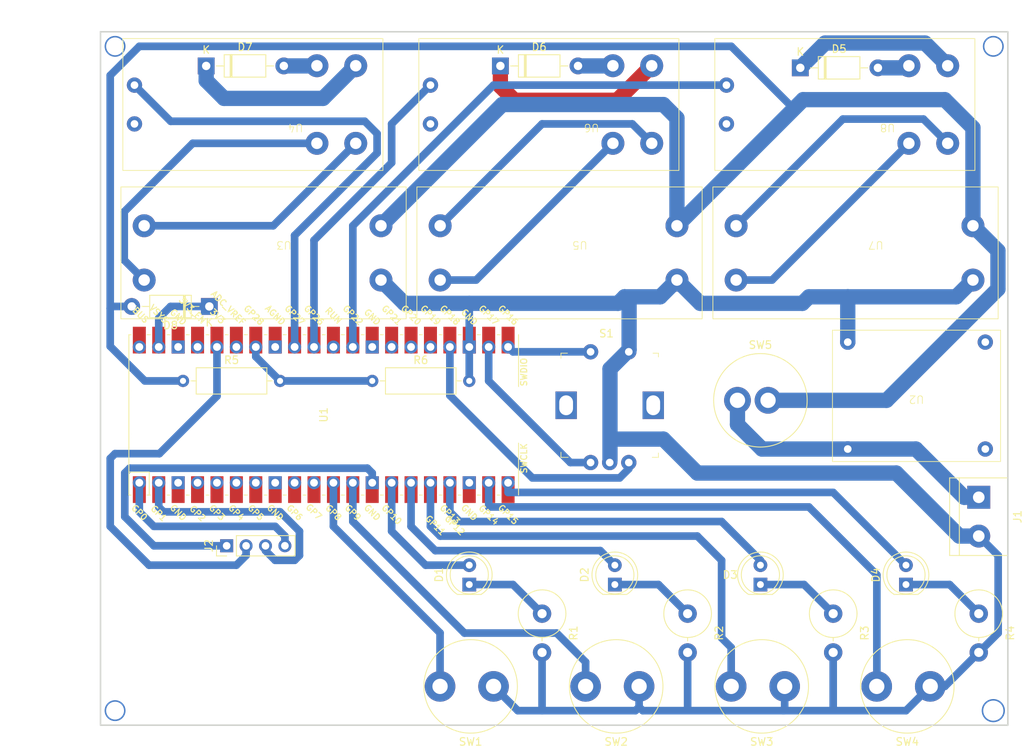
<source format=kicad_pcb>
(kicad_pcb (version 20221018) (generator pcbnew)
  (title_block (title "Drumkit") (date "2024-03-30") (rev "2") (comment 1 "https://git.xythobuz.de/thomas/drumkit") (comment 2 "Licensed under the CERN-OHL-S-2.0+") (comment 4 "Copyright (c) 2024 Kauzerei, Thomas Buck"))
  (layers (0 "F.Cu" signal) (31 "B.Cu" signal) (34 "B.Paste" user) (35 "F.Paste" user) (36 "B.SilkS" user "B.Silkscreen") (37 "F.SilkS" user "F.Silkscreen") (38 "B.Mask" user) (39 "F.Mask" user) (44 "Edge.Cuts" user))
  (net 0 "")
  (net 1 "Net-(D1-K)")
  (net 2 "Net-(D2-K)")
  (net 3 "Net-(D3-K)")
  (net 4 "Net-(D4-K)")
  (net 5 "Net-(D4-A)")
  (net 6 "Net-(J1-Pin_1)")
  (net 7 "+BATT")
  (net 8 "GND")
  (net 10 "Net-(S1-CH_A)")
  (net 11 "Net-(S1-CH_B)")
  (net 12 "Net-(J2-Pin_4)")
  (net 13 "Net-(J2-Pin_3)")
  (net 14 "+3V3")
  (net 15 "Net-(U1-GPIO27_ADC1)")
  (net 25 "Net-(U1-GPIO26_ADC0)")
  (net 27 "Net-(U1-GPIO22)")
  (net 30 "Net-(U1-GPIO28_ADC2)")
  (net 36 "Net-(U3-Out+)")
  (net 37 "Net-(D5-K)")
  (net 38 "Net-(D5-A)")
  (net 40 "Net-(U5-Out-)")
  (net 41 "Net-(U5-Out+)")
  (net 42 "Net-(D6-K)")
  (net 43 "Net-(D6-A)")
  (net 45 "Net-(U7-Out-)")
  (net 46 "Net-(U7-Out+)")
  (net 47 "Net-(D7-K)")
  (net 48 "Net-(D7-A)")
  (net 51 "Net-(U1-GPIO16)")
  (net 54 "Net-(D1-A)")
  (net 55 "Net-(D2-A)")
  (net 56 "Net-(D3-A)")
  (net 57 "Net-(U1-GPIO8)")
  (net 58 "Net-(U1-GPIO12)")
  (net 59 "Net-(U1-GPIO14)")
  (net 61 "Net-(U1-GPIO9)")
  (net 62 "Net-(J2-Pin_1)")
  (net 63 "Net-(U3-Out-)")
  (net 64 "Net-(D8-K)")
  (footprint "MCU_RaspberryPi_and_Boards:RPi_Pico_SMD_TH" (layer "F.Cu") (at 119.3 100.695 90)
    (fp_text reference "U1" (at 0 0 90) (layer "F.SilkS"))
    (fp_text value "Pico")
    (fp_text user "GP22" (at 13.054 3.81 135) (layer "F.SilkS") (effects (font (size 0.8 0.8))))
    (fp_text user "GND" (at -12.8 6.35 135) (layer "F.SilkS") (effects (font (size 0.8 0.8))))
    (fp_text user "GP15" (at -13.054 24.13 135) (layer "F.SilkS") (effects (font (size 0.8 0.8))))
    (fp_text user "GP9" (at -12.8 3.81 135) (layer "F.SilkS") (effects (font (size 0.8 0.8))))
    (fp_text user "GP28" (at 13.054 -9.144 135) (layer "F.SilkS") (effects (font (size 0.8 0.8))))
    (fp_text user "3V3_EN" (at 13.7 -17.2 135) (layer "F.SilkS") (effects (font (size 0.8 0.8))))
    (fp_text user "VSYS" (at 13.2 -21.59 135) (layer "F.SilkS") (effects (font (size 0.8 0.8))))
    (fp_text user "GND" (at 12.8 -19.05 135) (layer "F.SilkS") (effects (font (size 0.8 0.8))))
    (fp_text user "GP14" (at -13.1 21.59 135) (layer "F.SilkS") (effects (font (size 0.8 0.8))))
    (fp_text user "GP16" (at 13.054 24.13 135) (layer "F.SilkS") (effects (font (size 0.8 0.8))))
    (fp_text user "GND" (at -12.8 19.05 135) (layer "F.SilkS") (effects (font (size 0.8 0.8))))
    (fp_text user "AGND" (at 13.054 -6.35 135) (layer "F.SilkS") (effects (font (size 0.8 0.8))))
    (fp_text user "GP7" (at -12.7 -1.3 135) (layer "F.SilkS") (effects (font (size 0.8 0.8))))
    (fp_text user "GP0" (at -12.8 -24.13 135) (layer "F.SilkS") (effects (font (size 0.8 0.8))))
    (fp_text user "SWCLK" (at -5.7 26.2 90) (layer "F.SilkS") (effects (font (size 0.8 0.8))))
    (fp_text user "GP21" (at 13.054 8.9 135) (layer "F.SilkS") (effects (font (size 0.8 0.8))))
    (fp_text user "SWDIO" (at 5.6 26.2 90) (layer "F.SilkS") (effects (font (size 0.8 0.8))))
    (fp_text user "GND" (at -12.8 -6.35 135) (layer "F.SilkS") (effects (font (size 0.8 0.8))))
    (fp_text user "GP6" (at -12.8 -3.81 135) (layer "F.SilkS") (effects (font (size 0.8 0.8))))
    (fp_text user "GP17" (at 13.054 21.59 135) (layer "F.SilkS") (effects (font (size 0.8 0.8))))
    (fp_text user "GP18" (at 13.054 16.51 135) (layer "F.SilkS") (effects (font (size 0.8 0.8))))
    (fp_text user "GP12" (at -14.47 17.145 135) (layer "F.SilkS") (effects (font (size 0.8 0.8))))
    (fp_text user "GP20" (at 13.054 11.43 135) (layer "F.SilkS") (effects (font (size 0.8 0.8))))
    (fp_text user "GP11" (at -14.47 14.605 135) (layer "F.SilkS") (effects (font (size 0.8 0.8))))
    (fp_text user "GP10" (at -13.054 8.89 135) (layer "F.SilkS") (effects (font (size 0.8 0.8))))
    (fp_text user "ADC_VREF" (at 14 -12.5 135) (layer "F.SilkS") (effects (font (size 0.8 0.8))))
    (fp_text user "GP4" (at -12.8 -11.43 135) (layer "F.SilkS") (effects (font (size 0.8 0.8))))
    (fp_text user "GP13" (at -13.054 16.51 135) (layer "F.SilkS") (effects (font (size 0.8 0.8))))
    (fp_text user "GP19" (at 13.054 13.97 135) (layer "F.SilkS") (effects (font (size 0.8 0.8))))
    (fp_text user "GP5" (at -12.8 -8.89 135) (layer "F.SilkS") (effects (font (size 0.8 0.8))))
    (fp_text user "GP2" (at -12.9 -16.51 135) (layer "F.SilkS") (effects (font (size 0.8 0.8))))
    (fp_text user "GP3" (at -12.8 -13.97 135) (layer "F.SilkS") (effects (font (size 0.8 0.8))))
    (fp_text user "GP27" (at 13.054 -3.8 135) (layer "F.SilkS") (effects (font (size 0.8 0.8))))
    (fp_text user "GND" (at 12.8 6.35 135) (layer "F.SilkS") (effects (font (size 0.8 0.8))))
    (fp_text user "VBUS" (at 13.3 -24.2 135) (layer "F.SilkS") (effects (font (size 0.8 0.8))))
    (fp_text user "GND" (at 12.8 19.05 135) (layer "F.SilkS") (effects (font (size 0.8 0.8))))
    (fp_text user "GP26" (at 13.054 -1.27 135) (layer "F.SilkS") (effects (font (size 0.8 0.8))))
    (fp_text user "GND" (at -12.8 -19.05 135) (layer "F.SilkS") (effects (font (size 0.8 0.8))))
    (fp_text user "RUN" (at 13 1.27 135) (layer "F.SilkS") (effects (font (size 0.8 0.8))))
    (fp_text user "GP1" (at -12.9 -21.6 135) (layer "F.SilkS") (effects (font (size 0.8 0.8))))
    (fp_text user "GP8" (at -12.8 1.27 135) (layer "F.SilkS") (effects (font (size 0.8 0.8))))
    (fp_text user "3V3" (at 12.9 -13.9 135) (layer "F.SilkS") (effects (font (size 0.8 0.8))))
    (pad "" np_thru_hole oval (at -2.725 -24 90) (size 1.8 1.8) (drill 1.8) (layers "*.Cu" "*.Mask"))
    (pad "" np_thru_hole oval (at -2.425 -20.97 90) (size 1.5 1.5) (drill 1.5) (layers "*.Cu" "*.Mask"))
    (pad "" np_thru_hole oval (at 2.425 -20.97 90) (size 1.5 1.5) (drill 1.5) (layers "*.Cu" "*.Mask"))
    (pad "" np_thru_hole oval (at 2.725 -24 90) (size 1.8 1.8) (drill 1.8) (layers "*.Cu" "*.Mask"))
    (pad "1" thru_hole oval (at -8.89 -24.13 90) (size 1.7 1.7) (drill 1.02) (layers "*.Cu" "*.Mask") (net 12 "Net-(J2-Pin_4)"))
    (pad "1" smd rect (at -8.89 -24.13 90) (size 3.5 1.7) (drill (offset -0.9 0)) (layers "F.Cu" "F.Mask") (net 12 "Net-(J2-Pin_4)"))
    (pad "2" thru_hole oval (at -8.89 -21.59 90) (size 1.7 1.7) (drill 1.02) (layers "*.Cu" "*.Mask") (net 13 "Net-(J2-Pin_3)"))
    (pad "2" smd rect (at -8.89 -21.59 90) (size 3.5 1.7) (drill (offset -0.9 0)) (layers "F.Cu" "F.Mask") (net 13 "Net-(J2-Pin_3)"))
    (pad "3" thru_hole rect (at -8.89 -19.05 90) (size 1.7 1.7) (drill 1.02) (layers "*.Cu" "*.Mask"))
    (pad "3" smd rect (at -8.89 -19.05 90) (size 3.5 1.7) (drill (offset -0.9 0)) (layers "F.Cu" "F.Mask"))
    (pad "4" thru_hole oval (at -8.89 -16.51 90) (size 1.7 1.7) (drill 1.02) (layers "*.Cu" "*.Mask"))
    (pad "4" smd rect (at -8.89 -16.51 90) (size 3.5 1.7) (drill (offset -0.9 0)) (layers "F.Cu" "F.Mask"))
    (pad "5" thru_hole oval (at -8.89 -13.97 90) (size 1.7 1.7) (drill 1.02) (layers "*.Cu" "*.Mask"))
    (pad "5" smd rect (at -8.89 -13.97 90) (size 3.5 1.7) (drill (offset -0.9 0)) (layers "F.Cu" "F.Mask"))
    (pad "6" thru_hole oval (at -8.89 -11.43 90) (size 1.7 1.7) (drill 1.02) (layers "*.Cu" "*.Mask"))
    (pad "6" smd rect (at -8.89 -11.43 90) (size 3.5 1.7) (drill (offset -0.9 0)) (layers "F.Cu" "F.Mask"))
    (pad "7" thru_hole oval (at -8.89 -8.89 90) (size 1.7 1.7) (drill 1.02) (layers "*.Cu" "*.Mask"))
    (pad "7" smd rect (at -8.89 -8.89 90) (size 3.5 1.7) (drill (offset -0.9 0)) (layers "F.Cu" "F.Mask"))
    (pad "8" thru_hole rect (at -8.89 -6.35 90) (size 1.7 1.7) (drill 1.02) (layers "*.Cu" "*.Mask"))
    (pad "8" smd rect (at -8.89 -6.35 90) (size 3.5 1.7) (drill (offset -0.9 0)) (layers "F.Cu" "F.Mask"))
    (pad "9" thru_hole oval (at -8.89 -3.81 90) (size 1.7 1.7) (drill 1.02) (layers "*.Cu" "*.Mask"))
    (pad "9" smd rect (at -8.89 -3.81 90) (size 3.5 1.7) (drill (offset -0.9 0)) (layers "F.Cu" "F.Mask"))
    (pad "10" thru_hole oval (at -8.89 -1.27 90) (size 1.7 1.7) (drill 1.02) (layers "*.Cu" "*.Mask"))
    (pad "10" smd rect (at -8.89 -1.27 90) (size 3.5 1.7) (drill (offset -0.9 0)) (layers "F.Cu" "F.Mask"))
    (pad "11" thru_hole oval (at -8.89 1.27 90) (size 1.7 1.7) (drill 1.02) (layers "*.Cu" "*.Mask") (net 57 "Net-(U1-GPIO8)"))
    (pad "11" smd rect (at -8.89 1.27 90) (size 3.5 1.7) (drill (offset -0.9 0)) (layers "F.Cu" "F.Mask") (net 57 "Net-(U1-GPIO8)"))
    (pad "12" thru_hole oval (at -8.89 3.81 90) (size 1.7 1.7) (drill 1.02) (layers "*.Cu" "*.Mask") (net 61 "Net-(U1-GPIO9)"))
    (pad "12" smd rect (at -8.89 3.81 90) (size 3.5 1.7) (drill (offset -0.9 0)) (layers "F.Cu" "F.Mask") (net 61 "Net-(U1-GPIO9)"))
    (pad "13" thru_hole rect (at -8.89 6.35 90) (size 1.7 1.7) (drill 1.02) (layers "*.Cu" "*.Mask") (net 62 "Net-(J2-Pin_1)"))
    (pad "13" smd rect (at -8.89 6.35 90) (size 3.5 1.7) (drill (offset -0.9 0)) (layers "F.Cu" "F.Mask") (net 62 "Net-(J2-Pin_1)"))
    (pad "14" thru_hole oval (at -8.89 8.89 90) (size 1.7 1.7) (drill 1.02) (layers "*.Cu" "*.Mask") (net 54 "Net-(D1-A)"))
    (pad "14" smd rect (at -8.89 8.89 90) (size 3.5 1.7) (drill (offset -0.9 0)) (layers "F.Cu" "F.Mask") (net 54 "Net-(D1-A)"))
    (pad "15" thru_hole oval (at -8.89 11.43 90) (size 1.7 1.7) (drill 1.02) (layers "*.Cu" "*.Mask") (net 55 "Net-(D2-A)"))
    (pad "15" smd rect (at -8.89 11.43 90) (size 3.5 1.7) (drill (offset -0.9 0)) (layers "F.Cu" "F.Mask") (net 55 "Net-(D2-A)"))
    (pad "16" thru_hole oval (at -8.89 13.97 90) (size 1.7 1.7) (drill 1.02) (layers "*.Cu" "*.Mask") (net 58 "Net-(U1-GPIO12)"))
    (pad "16" smd rect (at -8.89 13.97 90) (size 3.5 1.7) (drill (offset -0.9 0)) (layers "F.Cu" "F.Mask") (net 58 "Net-(U1-GPIO12)"))
    (pad "17" thru_hole oval (at -8.89 16.51 90) (size 1.7 1.7) (drill 1.02) (layers "*.Cu" "*.Mask") (net 56 "Net-(D3-A)"))
    (pad "17" smd rect (at -8.89 16.51 90) (size 3.5 1.7) (drill (offset -0.9 0)) (layers "F.Cu" "F.Mask") (net 56 "Net-(D3-A)"))
    (pad "18" thru_hole rect (at -8.89 19.05 90) (size 1.7 1.7) (drill 1.02) (layers "*.Cu" "*.Mask"))
    (pad "18" smd rect (at -8.89 19.05 90) (size 3.5 1.7) (drill (offset -0.9 0)) (layers "F.Cu" "F.Mask"))
    (pad "19" thru_hole oval (at -8.89 21.59 90) (size 1.7 1.7) (drill 1.02) (layers "*.Cu" "*.Mask") (net 59 "Net-(U1-GPIO14)"))
    (pad "19" smd rect (at -8.89 21.59 90) (size 3.5 1.7) (drill (offset -0.9 0)) (layers "F.Cu" "F.Mask") (net 59 "Net-(U1-GPIO14)"))
    (pad "20" thru_hole oval (at -8.89 24.13 90) (size 1.7 1.7) (drill 1.02) (layers "*.Cu" "*.Mask") (net 5 "Net-(D4-A)"))
    (pad "20" smd rect (at -8.89 24.13 90) (size 3.5 1.7) (drill (offset -0.9 0)) (layers "F.Cu" "F.Mask") (net 5 "Net-(D4-A)"))
    (pad "21" thru_hole oval (at 8.89 24.13 90) (size 1.7 1.7) (drill 1.02) (layers "*.Cu" "*.Mask") (net 51 "Net-(U1-GPIO16)"))
    (pad "21" smd rect (at 8.89 24.13 90) (size 3.5 1.7) (drill (offset 0.9 0)) (layers "F.Cu" "F.Mask") (net 51 "Net-(U1-GPIO16)"))
    (pad "22" thru_hole oval (at 8.89 21.59 90) (size 1.7 1.7) (drill 1.02) (layers "*.Cu" "*.Mask") (net 10 "Net-(S1-CH_A)"))
    (pad "22" smd rect (at 8.89 21.59 90) (size 3.5 1.7) (drill (offset 0.9 0)) (layers "F.Cu" "F.Mask") (net 10 "Net-(S1-CH_A)"))
    (pad "23" thru_hole rect (at 8.89 19.05 90) (size 1.7 1.7) (drill 1.02) (layers "*.Cu" "*.Mask") (net 8 "GND"))
    (pad "23" smd rect (at 8.89 19.05 90) (size 3.5 1.7) (drill (offset 0.9 0)) (layers "F.Cu" "F.Mask") (net 8 "GND"))
    (pad "24" thru_hole oval (at 8.89 16.51 90) (size 1.7 1.7) (drill 1.02) (layers "*.Cu" "*.Mask") (net 11 "Net-(S1-CH_B)"))
    (pad "24" smd rect (at 8.89 16.51 90) (size 3.5 1.7) (drill (offset 0.9 0)) (layers "F.Cu" "F.Mask") (net 11 "Net-(S1-CH_B)"))
    (pad "25" thru_hole oval (at 8.89 13.97 90) (size 1.7 1.7) (drill 1.02) (layers "*.Cu" "*.Mask"))
    (pad "25" smd rect (at 8.89 13.97 90) (size 3.5 1.7) (drill (offset 0.9 0)) (layers "F.Cu" "F.Mask"))
    (pad "26" thru_hole oval (at 8.89 11.43 90) (size 1.7 1.7) (drill 1.02) (layers "*.Cu" "*.Mask"))
    (pad "26" smd rect (at 8.89 11.43 90) (size 3.5 1.7) (drill (offset 0.9 0)) (layers "F.Cu" "F.Mask"))
    (pad "27" thru_hole oval (at 8.89 8.89 90) (size 1.7 1.7) (drill 1.02) (layers "*.Cu" "*.Mask"))
    (pad "27" smd rect (at 8.89 8.89 90) (size 3.5 1.7) (drill (offset 0.9 0)) (layers "F.Cu" "F.Mask"))
    (pad "28" thru_hole rect (at 8.89 6.35 90) (size 1.7 1.7) (drill 1.02) (layers "*.Cu" "*.Mask"))
    (pad "28" smd rect (at 8.89 6.35 90) (size 3.5 1.7) (drill (offset 0.9 0)) (layers "F.Cu" "F.Mask"))
    (pad "29" thru_hole oval (at 8.89 3.81 90) (size 1.7 1.7) (drill 1.02) (layers "*.Cu" "*.Mask") (net 27 "Net-(U1-GPIO22)"))
    (pad "29" smd rect (at 8.89 3.81 90) (size 3.5 1.7) (drill (offset 0.9 0)) (layers "F.Cu" "F.Mask") (net 27 "Net-(U1-GPIO22)"))
    (pad "30" thru_hole oval (at 8.89 1.27 90) (size 1.7 1.7) (drill 1.02) (layers "*.Cu" "*.Mask"))
    (pad "30" smd rect (at 8.89 1.27 90) (size 3.5 1.7) (drill (offset 0.9 0)) (layers "F.Cu" "F.Mask"))
    (pad "31" thru_hole oval (at 8.89 -1.27 90) (size 1.7 1.7) (drill 1.02) (layers "*.Cu" "*.Mask") (net 25 "Net-(U1-GPIO26_ADC0)"))
    (pad "31" smd rect (at 8.89 -1.27 90) (size 3.5 1.7) (drill (offset 0.9 0)) (layers "F.Cu" "F.Mask") (net 25 "Net-(U1-GPIO26_ADC0)"))
    (pad "32" thru_hole oval (at 8.89 -3.81 90) (size 1.7 1.7) (drill 1.02) (layers "*.Cu" "*.Mask") (net 15 "Net-(U1-GPIO27_ADC1)"))
    (pad "32" smd rect (at 8.89 -3.81 90) (size 3.5 1.7) (drill (offset 0.9 0)) (layers "F.Cu" "F.Mask") (net 15 "Net-(U1-GPIO27_ADC1)"))
    (pad "33" thru_hole rect (at 8.89 -6.35 90) (size 1.7 1.7) (drill 1.02) (layers "*.Cu" "*.Mask"))
    (pad "33" smd rect (at 8.89 -6.35 90) (size 3.5 1.7) (drill (offset 0.9 0)) (layers "F.Cu" "F.Mask"))
    (pad "34" thru_hole oval (at 8.89 -8.89 90) (size 1.7 1.7) (drill 1.02) (layers "*.Cu" "*.Mask") (net 30 "Net-(U1-GPIO28_ADC2)"))
    (pad "34" smd rect (at 8.89 -8.89 90) (size 3.5 1.7) (drill (offset 0.9 0)) (layers "F.Cu" "F.Mask") (net 30 "Net-(U1-GPIO28_ADC2)"))
    (pad "35" thru_hole oval (at 8.89 -11.43 90) (size 1.7 1.7) (drill 1.02) (layers "*.Cu" "*.Mask"))
    (pad "35" smd rect (at 8.89 -11.43 90) (size 3.5 1.7) (drill (offset 0.9 0)) (layers "F.Cu" "F.Mask"))
    (pad "36" thru_hole oval (at 8.89 -13.97 90) (size 1.7 1.7) (drill 1.02) (layers "*.Cu" "*.Mask") (net 14 "+3V3"))
    (pad "36" smd rect (at 8.89 -13.97 90) (size 3.5 1.7) (drill (offset 0.9 0)) (layers "F.Cu" "F.Mask") (net 14 "+3V3"))
    (pad "37" thru_hole oval (at 8.89 -16.51 90) (size 1.7 1.7) (drill 1.02) (layers "*.Cu" "*.Mask"))
    (pad "37" smd rect (at 8.89 -16.51 90) (size 3.5 1.7) (drill (offset 0.9 0)) (layers "F.Cu" "F.Mask"))
    (pad "38" thru_hole rect (at 8.89 -19.05 90) (size 1.7 1.7) (drill 1.02) (layers "*.Cu" "*.Mask"))
    (pad "38" smd rect (at 8.89 -19.05 90) (size 3.5 1.7) (drill (offset 0.9 0)) (layers "F.Cu" "F.Mask"))
    (pad "39" thru_hole oval (at 8.89 -21.59 90) (size 1.7 1.7) (drill 1.02) (layers "*.Cu" "*.Mask") (net 64 "Net-(D8-K)"))
    (pad "39" smd rect (at 8.89 -21.59 90) (size 3.5 1.7) (drill (offset 0.9 0)) (layers "F.Cu" "F.Mask") (net 64 "Net-(D8-K)"))
    (pad "40" thru_hole oval (at 8.89 -24.13 90) (size 1.7 1.7) (drill 1.02) (layers "*.Cu" "*.Mask"))
    (pad "40" smd rect (at 8.89 -24.13 90) (size 3.5 1.7) (drill (offset 0.9 0)) (layers "F.Cu" "F.Mask"))
  )
  (footprint "Diode_THT:D_DO-41_SOD81_P10.16mm_Horizontal" (layer "F.Cu") (at 181.67 55.25)
    (fp_text reference "D5" (at 5.08 -2.47) (layer "F.SilkS"))
    (fp_text value "1N5819")
    (fp_text user "K" (at 0 -2.1) (layer "F.SilkS"))
    (pad "1" thru_hole rect (at 0 0) (size 2.2 2.2) (drill 1.1) (layers "*.Cu" "*.Mask") (net 37 "Net-(D5-K)"))
    (pad "2" thru_hole oval (at 10.16 0) (size 2.2 2.2) (drill 1.1) (layers "*.Cu" "*.Mask") (net 38 "Net-(D5-A)"))
  )
  (footprint "LED_THT:LED_D5.0mm" (layer "F.Cu") (at 176.45 122.92 90)
    (fp_text reference "D3" (at 1.27 -3.96 180) (layer "F.SilkS"))
    (fp_text value "LED3")
    (pad "1" thru_hole rect (at 0 0 90) (size 1.8 1.8) (drill 0.9) (layers "*.Cu" "*.Mask") (net 3 "Net-(D3-K)"))
    (pad "2" thru_hole circle (at 2.54 0 90) (size 1.8 1.8) (drill 0.9) (layers "*.Cu" "*.Mask") (net 56 "Net-(D3-A)"))
  )
  (footprint "Inductor_THT:L_Radial_D12.0mm_P6.00mm_MuRATA_1900R" (layer "F.Cu") (at 160.575 136.255 180)
    (fp_text reference "SW2" (at 3 -7.25) (layer "F.SilkS"))
    (fp_text value "BUTTON2")
    (pad "1" thru_hole circle (at 0 0 180) (size 4 4) (drill 2) (layers "*.Cu" "*.Mask") (net 8 "GND"))
    (pad "2" thru_hole circle (at 7 0 180) (size 4 4) (drill 2) (layers "*.Cu" "*.Mask") (net 61 "Net-(U1-GPIO9)"))
  )
  (footprint "Resistor_THT:R_Axial_DIN0617_L17.0mm_D6.0mm_P5.08mm_Vertical" (layer "F.Cu") (at 205.025 126.73 -90)
    (fp_text reference "R4" (at 2.54 -4.12 90) (layer "F.SilkS"))
    (fp_text value "R")
    (pad "1" thru_hole circle (at 0 0 270) (size 2.4 2.4) (drill 1.2) (layers "*.Cu" "*.Mask") (net 4 "Net-(D4-K)"))
    (pad "2" thru_hole oval (at 5.08 0 270) (size 2.4 2.4) (drill 1.2) (layers "*.Cu" "*.Mask") (net 8 "GND"))
  )
  (footprint "Connector_PinHeader_2.54mm:PinHeader_1x04_P2.54mm_Vertical" (layer "F.Cu") (at 106.6 117.84 90)
    (fp_text reference "J2" (at 0 -2.33 90) (layer "F.SilkS"))
    (fp_text value "Conn_01x04_Female")
    (pad "1" thru_hole rect (at 0 0 90) (size 1.7 1.7) (drill 1) (layers "*.Cu" "*.Mask") (net 62 "Net-(J2-Pin_1)"))
    (pad "2" thru_hole oval (at 0 2.54 90) (size 1.7 1.7) (drill 1) (layers "*.Cu" "*.Mask") (net 14 "+3V3"))
    (pad "3" thru_hole oval (at 0 5.08 90) (size 1.7 1.7) (drill 1) (layers "*.Cu" "*.Mask") (net 13 "Net-(J2-Pin_3)"))
    (pad "4" thru_hole oval (at 0 7.62 90) (size 1.7 1.7) (drill 1) (layers "*.Cu" "*.Mask") (net 12 "Net-(J2-Pin_4)"))
  )
  (footprint "Resistor_THT:R_Axial_DIN0617_L17.0mm_D6.0mm_P5.08mm_Vertical" (layer "F.Cu") (at 147.875 126.73 -90)
    (fp_text reference "R1" (at 2.54 -4.12 90) (layer "F.SilkS"))
    (fp_text value "R")
    (pad "1" thru_hole circle (at 0 0 270) (size 2.4 2.4) (drill 1.2) (layers "*.Cu" "*.Mask") (net 1 "Net-(D1-K)"))
    (pad "2" thru_hole oval (at 5.08 0 270) (size 2.4 2.4) (drill 1.2) (layers "*.Cu" "*.Mask") (net 8 "GND"))
  )
  (footprint "chinese_modules:charger" (layer "F.Cu") (at 196.88 98.17 180)
    (fp_text reference "U2" (at 0 -0.5 180 unlocked) (layer "F.SilkS") (effects (font (thickness 0.1))))
    (fp_text value "~")
    (pad "1" thru_hole circle (at -9 -7 180) (size 2 2) (drill 1) (layers "*.Cu" "*.Mask"))
    (pad "2" thru_hole circle (at -9 7 180) (size 2 2) (drill 1) (layers "*.Cu" "*.Mask"))
    (pad "3" thru_hole circle (at 9 -7 180) (size 2 2) (drill 1) (layers "*.Cu" "*.Mask") (net 6 "Net-(J1-Pin_1)"))
    (pad "4" thru_hole circle (at 9 7 180) (size 2 2) (drill 1) (layers "*.Cu" "*.Mask") (net 8 "GND"))
  )
  (footprint "digikey-footprints:Rotary_Encoder_Switched_PEC11R" (layer "F.Cu") (at 151.025 99.44)
    (fp_text reference "S1" (at 5.275 -9.4) (layer "F.SilkS"))
    (fp_text value "ENCODER")
    (pad "1" thru_hole circle (at 3.2 -7) (size 2 2) (drill 1) (layers "*.Cu" "*.Mask") (net 51 "Net-(U1-GPIO16)"))
    (pad "2" thru_hole circle (at 8.2 -7) (size 2 2) (drill 1) (layers "*.Cu" "*.Mask") (net 8 "GND"))
    (pad "3" thru_hole rect (at 0 0) (size 2.8 3.6) (drill oval 1.8 2.6) (layers "*.Cu" "*.Mask"))
    (pad "3" thru_hole rect (at 11.4 0) (size 2.8 3.6) (drill oval 1.8 2.6) (layers "*.Cu" "*.Mask"))
    (pad "A" thru_hole circle (at 3.2 7.5) (size 2 2) (drill 1) (layers "*.Cu" "*.Mask") (net 10 "Net-(S1-CH_A)"))
    (pad "B" thru_hole circle (at 8.2 7.5) (size 2 2) (drill 1) (layers "*.Cu" "*.Mask") (net 11 "Net-(S1-CH_B)"))
    (pad "C" thru_hole circle (at 5.7 7.5) (size 2 2) (drill 1) (layers "*.Cu" "*.Mask") (net 8 "GND"))
  )
  (footprint "chinese_modules:dc-dc module" (layer "F.Cu") (at 191.563 77.962 180)
    (fp_text reference "U7" (at 0 -0.5 180 unlocked) (layer "F.SilkS") (effects (font (thickness 0.1))))
    (fp_text value "~")
    (pad "1" thru_hole circle (at -12.7 -5.08 180) (size 3 3) (drill 1.5) (layers "*.Cu" "*.Mask") (net 8 "GND"))
    (pad "2" thru_hole circle (at -12.7 2.032 180) (size 3 3) (drill 1.5) (layers "*.Cu" "*.Mask") (net 7 "+BATT"))
    (pad "3" thru_hole circle (at 18.288 -5.08 180) (size 3 3) (drill 1.5) (layers "*.Cu" "*.Mask") (net 45 "Net-(U7-Out-)"))
    (pad "4" thru_hole circle (at 18.288 2.032 180) (size 3 3) (drill 1.5) (layers "*.Cu" "*.Mask") (net 46 "Net-(U7-Out+)"))
  )
  (footprint "Inductor_THT:L_Radial_D12.0mm_P6.00mm_MuRATA_1900R" (layer "F.Cu") (at 173.45 98.79)
    (fp_text reference "SW5" (at 3 -7.25) (layer "F.SilkS"))
    (fp_text value "POWER_SW")
    (pad "1" thru_hole circle (at 0 0) (size 3.5 3.5) (drill 2) (layers "*.Cu" "*.Mask") (net 6 "Net-(J1-Pin_1)"))
    (pad "2" thru_hole circle (at 4 0) (size 3.5 3.5) (drill 2) (layers "*.Cu" "*.Mask") (net 7 "+BATT"))
  )
  (footprint "chinese_modules:xy-mos" (layer "F.Cu") (at 204.517 51.419 180)
    (fp_text reference "U8" (at 11.43 -11.676 180 unlocked) (layer "F.SilkS") (effects (font (thickness 0.1))))
    (fp_text value "~")
    (pad "1" thru_hole circle (at 3.556 -13.716 180) (size 3 3) (drill 1.5) (layers "*.Cu" "*.Mask") (net 46 "Net-(U7-Out+)"))
    (pad "2" thru_hole circle (at 8.636 -13.716 180) (size 3 3) (drill 1.5) (layers "*.Cu" "*.Mask") (net 45 "Net-(U7-Out-)"))
    (pad "3" thru_hole circle (at 3.556 -3.556 180) (size 3 3) (drill 1.5) (layers "*.Cu" "*.Mask") (net 37 "Net-(D5-K)"))
    (pad "4" thru_hole circle (at 8.636 -3.556 180) (size 3 3) (drill 1.5) (layers "*.Cu" "*.Mask") (net 38 "Net-(D5-A)"))
    (pad "5" thru_hole circle (at 32.512 -11.176 180) (size 2 2) (drill 1) (layers "*.Cu" "*.Mask"))
    (pad "6" thru_hole circle (at 32.512 -6.096 180) (size 2 2) (drill 1) (layers "*.Cu" "*.Mask") (net 27 "Net-(U1-GPIO22)"))
  )
  (footprint "Diode_THT:D_DO-41_SOD81_P10.16mm_Horizontal" (layer "F.Cu") (at 142.42 55)
    (fp_text reference "D6" (at 5.08 -2.47) (layer "F.SilkS"))
    (fp_text value "1N5819")
    (fp_text user "K" (at 0 -2.1) (layer "F.SilkS"))
    (pad "1" thru_hole rect (at 0 0) (size 2.2 2.2) (drill 1.1) (layers "*.Cu" "*.Mask") (net 42 "Net-(D6-K)"))
    (pad "2" thru_hole oval (at 10.16 0) (size 2.2 2.2) (drill 1.1) (layers "*.Cu" "*.Mask") (net 43 "Net-(D6-A)"))
  )
  (footprint "TerminalBlock:TerminalBlock_bornier-2_P5.08mm" (layer "F.Cu") (at 205.025 111.49 -90)
    (fp_text reference "J1" (at 2.54 -5.08 90) (layer "F.SilkS"))
    (fp_text value "BATTERY")
    (pad "1" thru_hole rect (at 0 0 270) (size 3 3) (drill 1.52) (layers "*.Cu" "*.Mask") (net 6 "Net-(J1-Pin_1)"))
    (pad "2" thru_hole circle (at 5.08 0 270) (size 3 3) (drill 1.52) (layers "*.Cu" "*.Mask") (net 8 "GND"))
  )
  (footprint "chinese_modules:xy-mos" (layer "F.Cu") (at 165.782 51.419 180)
    (fp_text reference "U6" (at 11.43 -11.676 180 unlocked) (layer "F.SilkS") (effects (font (thickness 0.1))))
    (fp_text value "~")
    (pad "1" thru_hole circle (at 3.556 -13.716 180) (size 3 3) (drill 1.5) (layers "*.Cu" "*.Mask") (net 41 "Net-(U5-Out+)"))
    (pad "2" thru_hole circle (at 8.636 -13.716 180) (size 3 3) (drill 1.5) (layers "*.Cu" "*.Mask") (net 40 "Net-(U5-Out-)"))
    (pad "3" thru_hole circle (at 3.556 -3.556 180) (size 3 3) (drill 1.5) (layers "*.Cu" "*.Mask") (net 42 "Net-(D6-K)"))
    (pad "4" thru_hole circle (at 8.636 -3.556 180) (size 3 3) (drill 1.5) (layers "*.Cu" "*.Mask") (net 43 "Net-(D6-A)"))
    (pad "5" thru_hole circle (at 32.512 -11.176 180) (size 2 2) (drill 1) (layers "*.Cu" "*.Mask"))
    (pad "6" thru_hole circle (at 32.512 -6.096 180) (size 2 2) (drill 1) (layers "*.Cu" "*.Mask") (net 25 "Net-(U1-GPIO26_ADC0)"))
  )
  (footprint "Inductor_THT:L_Radial_D12.0mm_P6.00mm_MuRATA_1900R" (layer "F.Cu") (at 141.525 136.255 180)
    (fp_text reference "SW1" (at 3 -7.25) (layer "F.SilkS"))
    (fp_text value "BUTTON1")
    (pad "1" thru_hole circle (at 0 0 180) (size 4 4) (drill 2) (layers "*.Cu" "*.Mask") (net 8 "GND"))
    (pad "2" thru_hole circle (at 7 0 180) (size 4 4) (drill 2) (layers "*.Cu" "*.Mask") (net 57 "Net-(U1-GPIO8)"))
  )
  (footprint "LED_THT:LED_D5.0mm" (layer "F.Cu") (at 138.35 122.92 90)
    (fp_text reference "D1" (at 1.27 -3.96 90) (layer "F.SilkS"))
    (fp_text value "LED1")
    (pad "1" thru_hole rect (at 0 0 90) (size 1.8 1.8) (drill 0.9) (layers "*.Cu" "*.Mask") (net 1 "Net-(D1-K)"))
    (pad "2" thru_hole circle (at 2.54 0 90) (size 1.8 1.8) (drill 0.9) (layers "*.Cu" "*.Mask") (net 54 "Net-(D1-A)"))
  )
  (footprint "Diode_THT:D_DO-41_SOD81_P10.16mm_Horizontal" (layer "F.Cu") (at 103.92 55)
    (fp_text reference "D7" (at 5.08 -2.47) (layer "F.SilkS"))
    (fp_text value "1N5819")
    (fp_text user "K" (at 0 -2.1) (layer "F.SilkS"))
    (pad "1" thru_hole rect (at 0 0) (size 2.2 2.2) (drill 1.1) (layers "*.Cu" "*.Mask") (net 47 "Net-(D7-K)"))
    (pad "2" thru_hole oval (at 10.16 0) (size 2.2 2.2) (drill 1.1) (layers "*.Cu" "*.Mask") (net 48 "Net-(D7-A)"))
  )
  (footprint "LED_THT:LED_D5.0mm" (layer "F.Cu") (at 195.5 122.92 90)
    (fp_text reference "D4" (at 1.27 -3.96 90) (layer "F.SilkS"))
    (fp_text value "LED4")
    (pad "1" thru_hole rect (at 0 0 90) (size 1.8 1.8) (drill 0.9) (layers "*.Cu" "*.Mask") (net 4 "Net-(D4-K)"))
    (pad "2" thru_hole circle (at 2.54 0 90) (size 1.8 1.8) (drill 0.9) (layers "*.Cu" "*.Mask") (net 5 "Net-(D4-A)"))
  )
  (footprint "Resistor_THT:R_Axial_DIN0617_L17.0mm_D6.0mm_P5.08mm_Vertical" (layer "F.Cu") (at 185.975 126.73 -90)
    (fp_text reference "R3" (at 2.54 -4.12 90) (layer "F.SilkS"))
    (fp_text value "R")
    (pad "1" thru_hole circle (at 0 0 270) (size 2.4 2.4) (drill 1.2) (layers "*.Cu" "*.Mask") (net 3 "Net-(D3-K)"))
    (pad "2" thru_hole oval (at 5.08 0 270) (size 2.4 2.4) (drill 1.2) (layers "*.Cu" "*.Mask") (net 8 "GND"))
  )
  (footprint "Resistor_THT:R_Axial_DIN0309_L9.0mm_D3.2mm_P12.70mm_Horizontal" (layer "F.Cu") (at 125.65 96.25)
    (fp_text reference "R6" (at 6.35 -2.72) (layer "F.SilkS"))
    (fp_text value "R")
    (pad "1" thru_hole circle (at 0 0) (size 1.6 1.6) (drill 0.8) (layers "*.Cu" "*.Mask") (net 30 "Net-(U1-GPIO28_ADC2)"))
    (pad "2" thru_hole oval (at 12.7 0) (size 1.6 1.6) (drill 0.8) (layers "*.Cu" "*.Mask") (net 8 "GND"))
  )
  (footprint "LED_THT:LED_D5.0mm" (layer "F.Cu") (at 157.4 122.92 90)
    (fp_text reference "D2" (at 1.27 -3.96 90) (layer "F.SilkS"))
    (fp_text value "LED2")
    (pad "1" thru_hole rect (at 0 0 90) (size 1.8 1.8) (drill 0.9) (layers "*.Cu" "*.Mask") (net 2 "Net-(D2-K)"))
    (pad "2" thru_hole circle (at 2.54 0 90) (size 1.8 1.8) (drill 0.9) (layers "*.Cu" "*.Mask") (net 55 "Net-(D2-A)"))
  )
  (footprint "Inductor_THT:L_Radial_D12.0mm_P6.00mm_MuRATA_1900R" (layer "F.Cu") (at 179.625 136.255 180)
    (fp_text reference "SW3" (at 3 -7.25) (layer "F.SilkS"))
    (fp_text value "BUTTON3")
    (pad "1" thru_hole circle (at 0 0 180) (size 4 4) (drill 2) (layers "*.Cu" "*.Mask") (net 8 "GND"))
    (pad "2" thru_hole circle (at 7 0 180) (size 4 4) (drill 2) (layers "*.Cu" "*.Mask") (net 58 "Net-(U1-GPIO12)"))
  )
  (footprint "Resistor_THT:R_Axial_DIN0617_L17.0mm_D6.0mm_P5.08mm_Vertical" (layer "F.Cu") (at 166.925 126.73 -90)
    (fp_text reference "R2" (at 2.54 -4.12 90) (layer "F.SilkS"))
    (fp_text value "R")
    (pad "1" thru_hole circle (at 0 0 270) (size 2.4 2.4) (drill 1.2) (layers "*.Cu" "*.Mask") (net 2 "Net-(D2-K)"))
    (pad "2" thru_hole oval (at 5.08 0 270) (size 2.4 2.4) (drill 1.2) (layers "*.Cu" "*.Mask") (net 8 "GND"))
  )
  (footprint "chinese_modules:dc-dc module" (layer "F.Cu") (at 152.828 77.962 180)
    (fp_text reference "U5" (at 0 -0.5 180 unlocked) (layer "F.SilkS") (effects (font (thickness 0.1))))
    (fp_text value "~")
    (pad "1" thru_hole circle (at -12.7 -5.08 180) (size 3 3) (drill 1.5) (layers "*.Cu" "*.Mask") (net 8 "GND"))
    (pad "2" thru_hole circle (at -12.7 2.032 180) (size 3 3) (drill 1.5) (layers "*.Cu" "*.Mask") (net 7 "+BATT"))
    (pad "3" thru_hole circle (at 18.288 -5.08 180) (size 3 3) (drill 1.5) (layers "*.Cu" "*.Mask") (net 40 "Net-(U5-Out-)"))
    (pad "4" thru_hole circle (at 18.288 2.032 180) (size 3 3) (drill 1.5) (layers "*.Cu" "*.Mask") (net 41 "Net-(U5-Out+)"))
  )
  (footprint "chinese_modules:xy-mos" (layer "F.Cu") (at 127.047 51.419 180)
    (fp_text reference "U4" (at 11.43 -11.676 180 unlocked) (layer "F.SilkS") (effects (font (thickness 0.1))))
    (fp_text value "~")
    (pad "1" thru_hole circle (at 3.556 -13.716 180) (size 3 3) (drill 1.5) (layers "*.Cu" "*.Mask") (net 36 "Net-(U3-Out+)"))
    (pad "2" thru_hole circle (at 8.636 -13.716 180) (size 3 3) (drill 1.5) (layers "*.Cu" "*.Mask") (net 63 "Net-(U3-Out-)"))
    (pad "3" thru_hole circle (at 3.556 -3.556 180) (size 3 3) (drill 1.5) (layers "*.Cu" "*.Mask") (net 47 "Net-(D7-K)"))
    (pad "4" thru_hole circle (at 8.636 -3.556 180) (size 3 3) (drill 1.5) (layers "*.Cu" "*.Mask") (net 48 "Net-(D7-A)"))
    (pad "5" thru_hole circle (at 32.512 -11.176 180) (size 2 2) (drill 1) (layers "*.Cu" "*.Mask"))
    (pad "6" thru_hole circle (at 32.512 -6.096 180) (size 2 2) (drill 1) (layers "*.Cu" "*.Mask") (net 15 "Net-(U1-GPIO27_ADC1)"))
  )
  (footprint "Inductor_THT:L_Radial_D12.0mm_P6.00mm_MuRATA_1900R" (layer "F.Cu") (at 198.675 136.255 180)
    (fp_text reference "SW4" (at 3 -7.25) (layer "F.SilkS"))
    (fp_text value "BUTTON4")
    (pad "1" thru_hole circle (at 0 0 180) (size 4 4) (drill 2) (layers "*.Cu" "*.Mask") (net 8 "GND"))
    (pad "2" thru_hole circle (at 7 0 180) (size 4 4) (drill 2) (layers "*.Cu" "*.Mask") (net 59 "Net-(U1-GPIO14)"))
  )
  (footprint "Diode_THT:D_DO-41_SOD81_P10.16mm_Horizontal" (layer "F.Cu") (at 104.33 86.5 180)
    (fp_text reference "D8" (at 5.08 -2.47) (layer "F.SilkS"))
    (fp_text value "1N5819")
    (fp_text user "K" (at 0 -2.1) (layer "F.SilkS"))
    (pad "1" thru_hole rect (at 0 0 180) (size 2.2 2.2) (drill 1.1) (layers "*.Cu" "*.Mask") (net 64 "Net-(D8-K)"))
    (pad "2" thru_hole oval (at 10.16 0 180) (size 2.2 2.2) (drill 1.1) (layers "*.Cu" "*.Mask") (net 7 "+BATT"))
  )
  (footprint "Resistor_THT:R_Axial_DIN0309_L9.0mm_D3.2mm_P12.70mm_Horizontal" (layer "F.Cu") (at 100.885 96.25)
    (fp_text reference "R5" (at 6.35 -2.72) (layer "F.SilkS"))
    (fp_text value "R")
    (pad "1" thru_hole circle (at 0 0) (size 1.6 1.6) (drill 0.8) (layers "*.Cu" "*.Mask") (net 7 "+BATT"))
    (pad "2" thru_hole oval (at 12.7 0) (size 1.6 1.6) (drill 0.8) (layers "*.Cu" "*.Mask") (net 30 "Net-(U1-GPIO28_ADC2)"))
  )
  (footprint "chinese_modules:dc-dc module" (layer "F.Cu") (at 114.093 77.962 180)
    (fp_text reference "U3" (at 0 -0.5 180 unlocked) (layer "F.SilkS") (effects (font (thickness 0.1))))
    (fp_text value "~")
    (pad "1" thru_hole circle (at -12.7 -5.08 180) (size 3 3) (drill 1.5) (layers "*.Cu" "*.Mask") (net 8 "GND"))
    (pad "2" thru_hole circle (at -12.7 2.032 180) (size 3 3) (drill 1.5) (layers "*.Cu" "*.Mask") (net 7 "+BATT"))
    (pad "3" thru_hole circle (at 18.288 -5.08 180) (size 3 3) (drill 1.5) (layers "*.Cu" "*.Mask") (net 63 "Net-(U3-Out-)"))
    (pad "4" thru_hole circle (at 18.288 2.032 180) (size 3 3) (drill 1.5) (layers "*.Cu" "*.Mask") (net 36 "Net-(U3-Out+)"))
  )
  (gr_circle (center 91.995 139.43) (end 93.265 139.43) (stroke (width 0.2)) (fill none) (layer "B.Cu"))
  (gr_circle (center 206.93 52.435) (end 208.2 52.435) (stroke (width 0.2)) (fill none) (layer "B.Cu"))
  (gr_circle (center 206.93 139.43) (end 208.2 138.795) (stroke (width 0.2)) (fill none) (layer "B.Cu"))
  (gr_circle (center 91.995 52.435) (end 93.265 52.435) (stroke (width 0.2)) (fill none) (layer "B.Cu"))
  (gr_rect (start 90.09 50.53) (end 208.835 141.335) (stroke (width 0.2)) (fill none) (layer "Edge.Cuts"))
  (segment (start 144.065 122.92) (end 147.875 126.73) (width 1) (layer "B.Cu") (net 1))
  (segment (start 138.35 122.92) (end 144.065 122.92) (width 1) (layer "B.Cu") (net 1))
  (segment (start 163.115 122.92) (end 166.925 126.73) (width 1) (layer "B.Cu") (net 2))
  (segment (start 157.4 122.92) (end 163.115 122.92) (width 1) (layer "B.Cu") (net 2))
  (segment (start 182.165 122.92) (end 185.975 126.73) (width 1) (layer "B.Cu") (net 3))
  (segment (start 176.45 122.92) (end 182.165 122.92) (width 1) (layer "B.Cu") (net 3))
  (segment (start 195.5 122.92) (end 201.215 122.92) (width 1) (layer "B.Cu") (net 4))
  (segment (start 201.215 122.92) (end 205.025 126.73) (width 1) (layer "B.Cu") (net 4))
  (segment (start 143.43 110.855) (end 143.43 109.585) (width 1) (layer "B.Cu") (net 5))
  (segment (start 195.5 120.38) (end 185.975 110.855) (width 1) (layer "B.Cu") (net 5))
  (segment (start 185.975 110.855) (end 143.43 110.855) (width 1) (layer "B.Cu") (net 5))
  (segment (start 173.45 98.79) (end 173.45 101.965) (width 2) (layer "B.Cu") (net 6))
  (segment (start 187.88 105.17) (end 196.8 105.17) (width 2) (layer "B.Cu") (net 6))
  (segment (start 176.655 105.17) (end 173.45 101.965) (width 2) (layer "B.Cu") (net 6))
  (segment (start 196.8 105.17) (end 203.12 111.49) (width 2) (layer "B.Cu") (net 6))
  (segment (start 187.88 105.17) (end 176.655 105.17) (width 2) (layer "B.Cu") (net 6))
  (segment (start 203.12 111.49) (end 205.025 111.49) (width 2) (layer "B.Cu") (net 6))
  (segment (start 204.263 63.103) (end 204.263 75.93) (width 2) (layer "B.Cu") (net 7))
  (segment (start 180.895 60.69) (end 172.64 52.435) (width 1) (layer "B.Cu") (net 7))
  (segment (start 91.36 86.75) (end 91.36 91.720688) (width 1) (layer "B.Cu") (net 7))
  (segment (start 91.61 86.5) (end 91.36 86.75) (width 1) (layer "B.Cu") (net 7))
  (segment (start 126.793 75.93) (end 142.668 60.055) (width 2) (layer "B.Cu") (net 7))
  (segment (start 95.889312 96.25) (end 100.885 96.25) (width 1) (layer "B.Cu") (net 7))
  (segment (start 165.528 61.833) (end 165.528 75.93) (width 2) (layer "B.Cu") (net 7))
  (segment (start 182.038 59.42) (end 200.58 59.42) (width 2) (layer "B.Cu") (net 7))
  (segment (start 200.58 59.42) (end 204.263 63.103) (width 2) (layer "B.Cu") (net 7))
  (segment (start 163.75 60.055) (end 165.528 61.833) (width 2) (layer "B.Cu") (net 7))
  (segment (start 204.263 75.93) (end 207.535 79.202) (width 2) (layer "B.Cu") (net 7))
  (segment (start 94.17 86.5) (end 91.61 86.5) (width 1) (layer "B.Cu") (net 7))
  (segment (start 192.96 98.79) (end 177.45 98.79) (width 2) (layer "B.Cu") (net 7))
  (segment (start 95.17 52.435) (end 91.36 56.245) (width 1) (layer "B.Cu") (net 7))
  (segment (start 91.36 91.720688) (end 95.889312 96.25) (width 1) (layer "B.Cu") (net 7))
  (segment (start 91.36 56.245) (end 91.36 86.75) (width 1) (layer "B.Cu") (net 7))
  (segment (start 172.64 52.435) (end 95.17 52.435) (width 1) (layer "B.Cu") (net 7))
  (segment (start 142.668 60.055) (end 163.75 60.055) (width 2) (layer "B.Cu") (net 7))
  (segment (start 207.535 84.215) (end 192.96 98.79) (width 2) (layer "B.Cu") (net 7))
  (segment (start 165.528 75.93) (end 182.038 59.42) (width 2) (layer "B.Cu") (net 7))
  (segment (start 207.535 79.202) (end 207.535 84.215) (width 2) (layer "B.Cu") (net 7))
  (segment (start 168.195 108.315) (end 194.23 108.315) (width 2) (layer "B.Cu") (net 8))
  (segment (start 159.265 92.175) (end 156.765 94.675) (width 2) (layer "B.Cu") (net 8))
  (segment (start 138.35 96.25) (end 138.35 91.805) (width 1) (layer "B.Cu") (net 8))
  (segment (start 207.565 119.11) (end 207.565 129.27) (width 1) (layer "B.Cu") (net 8))
  (segment (start 200.58 136.255) (end 205.025 131.81) (width 1) (layer "B.Cu") (net 8))
  (segment (start 159.265 92.175) (end 159.265 85.831877) (width 2) (layer "B.Cu") (net 8))
  (segment (start 179.625 136.255) (end 179.625 139.27) (width 1) (layer "B.Cu") (net 8))
  (segment (start 147.875 139.43) (end 147.875 131.81) (width 1) (layer "B.Cu") (net 8))
  (segment (start 181.946877 86.09) (end 182.8 85.236877) (width 2) (layer "B.Cu") (net 8))
  (segment (start 160.575 138.955) (end 161.05 139.43) (width 1) (layer "B.Cu") (net 8))
  (segment (start 165.528 83.042) (end 168.576 86.09) (width 2) (layer "B.Cu") (net 8))
  (segment (start 157.816877 86.09) (end 158.67 85.236877) (width 2) (layer "B.Cu") (net 8))
  (segment (start 161.05 139.43) (end 179.465 139.43) (width 1) (layer "B.Cu") (net 8))
  (segment (start 158.67 85.236877) (end 163.333123 85.236877) (width 2) (layer "B.Cu") (net 8))
  (segment (start 163.75 103.87) (end 168.195 108.315) (width 2) (layer "B.Cu") (net 8))
  (segment (start 160.575 136.255) (end 160.575 138.955) (width 1) (layer "B.Cu") (net 8))
  (segment (start 207.565 129.27) (end 205.025 131.81) (width 1) (layer "B.Cu") (net 8))
  (segment (start 141.525 136.255) (end 144.7 139.43) (width 1) (layer "B.Cu") (net 8))
  (segment (start 195.5 139.43) (end 198.675 136.255) (width 1) (layer "B.Cu") (net 8))
  (segment (start 156.725 106.94) (end 156.725 104.545) (width 1) (layer "B.Cu") (net 8))
  (segment (start 182.8 85.236877) (end 187.88 85.236877) (width 2) (layer "B.Cu") (net 8))
  (segment (start 126.793 83.042) (end 129.841 86.09) (width 2) (layer "B.Cu") (net 8))
  (segment (start 205.025 116.57) (end 207.565 119.11) (width 1) (layer "B.Cu") (net 8))
  (segment (start 159.265 85.831877) (end 158.67 85.236877) (width 2) (layer "B.Cu") (net 8))
  (segment (start 156.725 104.545) (end 157.4 103.87) (width 1) (layer "B.Cu") (net 8))
  (segment (start 194.23 108.315) (end 202.485 116.57) (width 2) (layer "B.Cu") (net 8))
  (segment (start 138.35 86.09) (end 157.816877 86.09) (width 2) (layer "B.Cu") (net 8))
  (segment (start 138.35 91.805) (end 138.35 86.09) (width 1) (layer "B.Cu") (net 8))
  (segment (start 166.925 131.81) (end 166.925 138.955) (width 1) (layer "B.Cu") (net 8))
  (segment (start 202.485 116.57) (end 205.025 116.57) (width 2) (layer "B.Cu") (net 8))
  (segment (start 179.625 139.27) (end 179.465 139.43) (width 1) (layer "B.Cu") (net 8))
  (segment (start 187.88 85.236877) (end 187.88 91.17) (width 2) (layer "B.Cu") (net 8))
  (segment (start 129.841 86.09) (end 138.35 86.09) (width 2) (layer "B.Cu") (net 8))
  (segment (start 157.4 103.87) (end 163.75 103.87) (width 2) (layer "B.Cu") (net 8))
  (segment (start 156.765 94.675) (end 156.765 106.675) (width 2) (layer "B.Cu") (net 8))
  (segment (start 187.88 85.236877) (end 202.068123 85.236877) (width 2) (layer "B.Cu") (net 8))
  (segment (start 179.465 139.43) (end 195.5 139.43) (width 1) (layer "B.Cu") (net 8))
  (segment (start 144.7 139.43) (end 160.1 139.43) (width 1) (layer "B.Cu") (net 8))
  (segment (start 202.068123 85.236877) (end 204.263 83.042) (width 2) (layer "B.Cu") (net 8))
  (segment (start 160.1 139.43) (end 160.575 138.955) (width 1) (layer "B.Cu") (net 8))
  (segment (start 163.333123 85.236877) (end 165.528 83.042) (width 2) (layer "B.Cu") (net 8))
  (segment (start 168.576 86.09) (end 181.946877 86.09) (width 2) (layer "B.Cu") (net 8))
  (segment (start 185.975 131.81) (end 185.975 138.955) (width 1) (layer "B.Cu") (net 8))
  (segment (start 198.675 136.255) (end 200.58 136.255) (width 1) (layer "B.Cu") (net 8))
  (segment (start 151.58 106.94) (end 154.225 106.94) (width 1) (layer "B.Cu") (net 10))
  (segment (start 140.89 96.25) (end 151.58 106.94) (width 1) (layer "B.Cu") (net 10))
  (segment (start 140.89 91.805) (end 140.89 96.25) (width 1) (layer "B.Cu") (net 10))
  (segment (start 146.605 108.95) (end 158.035 108.95) (width 1) (layer "B.Cu") (net 11))
  (segment (start 135.81 98.155) (end 146.605 108.95) (width 1) (layer "B.Cu") (net 11))
  (segment (start 135.81 91.805) (end 135.81 98.155) (width 1) (layer "B.Cu") (net 11))
  (segment (start 158.035 108.95) (end 159.225 107.76) (width 1) (layer "B.Cu") (net 11))
  (segment (start 159.225 107.76) (end 159.225 106.94) (width 1) (layer "B.Cu") (net 11))
  (segment (start 112.95 115.3) (end 114.22 116.57) (width 1) (layer "B.Cu") (net 12))
  (segment (start 114.22 116.57) (end 114.22 117.84) (width 1) (layer "B.Cu") (net 12))
  (segment (start 95.17 109.585) (end 95.17 113.395) (width 1) (layer "B.Cu") (net 12))
  (segment (start 97.075 115.3) (end 112.95 115.3) (width 1) (layer "B.Cu") (net 12))
  (segment (start 95.17 113.395) (end 97.075 115.3) (width 1) (layer "B.Cu") (net 12))
  (segment (start 116.125 115.935) (end 113.585 113.395) (width 1) (layer "B.Cu") (net 13))
  (segment (start 113.585 113.395) (end 98.345 113.395) (width 1) (layer "B.Cu") (net 13))
  (segment (start 116.125 119.11) (end 116.125 115.935) (width 1) (layer "B.Cu") (net 13))
  (segment (start 111.68 117.84) (end 111.68 118.475) (width 1) (layer "B.Cu") (net 13))
  (segment (start 111.68 118.475) (end 112.95 119.745) (width 1) (layer "B.Cu") (net 13))
  (segment (start 115.49 119.745) (end 116.125 119.11) (width 1) (layer "B.Cu") (net 13))
  (segment (start 97.71 112.76) (end 97.71 109.585) (width 1) (layer "B.Cu") (net 13))
  (segment (start 98.345 113.395) (end 97.71 112.76) (width 1) (layer "B.Cu") (net 13))
  (segment (start 112.95 119.745) (end 115.49 119.745) (width 1) (layer "B.Cu") (net 13))
  (segment (start 91.36 115.3) (end 91.36 106.41) (width 1) (layer "B.Cu") (net 14))
  (segment (start 97.79632 105.775) (end 105.33 98.24132) (width 1) (layer "B.Cu") (net 14))
  (segment (start 96.44 120.38) (end 91.36 115.3) (width 1) (layer "B.Cu") (net 14))
  (segment (start 109.14 117.84) (end 109.14 119.11) (width 1) (layer "B.Cu") (net 14))
  (segment (start 109.14 119.11) (end 107.87 120.38) (width 1) (layer "B.Cu") (net 14))
  (segment (start 105.33 98.24132) (end 105.33 91.805) (width 1) (layer "B.Cu") (net 14))
  (segment (start 107.87 120.38) (end 96.44 120.38) (width 1) (layer "B.Cu") (net 14))
  (segment (start 91.995 105.775) (end 97.79632 105.775) (width 1) (layer "B.Cu") (net 14))
  (segment (start 91.36 106.41) (end 91.995 105.775) (width 1) (layer "B.Cu") (net 14))
  (segment (start 99.27 62.25) (end 124.67 62.25) (width 1) (layer "B.Cu") (net 15))
  (segment (start 126.285 63.865) (end 126.285 66.405) (width 1) (layer "B.Cu") (net 15))
  (segment (start 126.285 66.405) (end 115.49 77.2) (width 1) (layer "B.Cu") (net 15))
  (segment (start 124.67 62.25) (end 126.285 63.865) (width 1) (layer "B.Cu") (net 15))
  (segment (start 115.49 77.2) (end 115.49 91.805) (width 1) (layer "B.Cu") (net 15))
  (segment (start 94.535 57.515) (end 99.27 62.25) (width 1) (layer "B.Cu") (net 15))
  (segment (start 118.03 77.835) (end 128.19 67.675) (width 1) (layer "B.Cu") (net 25))
  (segment (start 128.19 67.675) (end 128.19 62.595) (width 1) (layer "B.Cu") (net 25))
  (segment (start 118.03 91.805) (end 118.03 77.835) (width 1) (layer "B.Cu") (net 25))
  (segment (start 128.19 62.595) (end 133.27 57.515) (width 1) (layer "B.Cu") (net 25))
  (segment (start 172.005 57.515) (end 141.525 57.515) (width 1) (layer "B.Cu") (net 27))
  (segment (start 123.11 75.93) (end 123.11 91.805) (width 1) (layer "B.Cu") (net 27))
  (segment (start 141.525 57.515) (end 123.11 75.93) (width 1) (layer "B.Cu") (net 27))
  (segment (start 113.585 96.25) (end 110.41 93.075) (width 1) (layer "B.Cu") (net 30))
  (segment (start 113.585 96.25) (end 125.65 96.25) (width 1) (layer "B.Cu") (net 30))
  (segment (start 110.41 93.075) (end 110.41 91.805) (width 1) (layer "B.Cu") (net 30))
  (segment (start 112.696 75.93) (end 123.491 65.135) (width 1) (layer "B.Cu") (net 36))
  (segment (start 95.805 75.93) (end 112.696 75.93) (width 1) (layer "B.Cu") (net 36))
  (segment (start 181.67 55.25) (end 184.92 52) (width 2) (layer "B.Cu") (net 37))
  (segment (start 197.986 52) (end 200.961 54.975) (width 2) (layer "B.Cu") (net 37))
  (segment (start 184.92 52) (end 197.986 52) (width 2) (layer "B.Cu") (net 37))
  (segment (start 195.606 55.25) (end 195.881 54.975) (width 2) (layer "B.Cu") (net 38))
  (segment (start 191.83 55.25) (end 195.606 55.25) (width 2) (layer "B.Cu") (net 38))
  (segment (start 134.54 83.042) (end 139.239 83.042) (width 1) (layer "B.Cu") (net 40))
  (segment (start 139.239 83.042) (end 157.146 65.135) (width 1) (layer "B.Cu") (net 40))
  (segment (start 134.54 75.93) (end 147.875 62.595) (width 1) (layer "B.Cu") (net 41))
  (segment (start 159.686 62.595) (end 162.226 65.135) (width 1) (layer "B.Cu") (net 41))
  (segment (start 147.875 62.595) (end 159.686 62.595) (width 1) (layer "B.Cu") (net 41))
  (segment (start 157.701 59.5) (end 162.226 54.975) (width 2) (layer "F.Cu") (net 42))
  (segment (start 144.25 59.5) (end 157.701 59.5) (width 2) (layer "F.Cu") (net 42))
  (segment (start 142.42 57.67) (end 144.25 59.5) (width 2) (layer "F.Cu") (net 42))
  (segment (start 142.42 55) (end 142.42 57.67) (width 2) (layer "F.Cu") (net 42))
  (segment (start 157.121 55) (end 157.146 54.975) (width 2) (layer "B.Cu") (net 43))
  (segment (start 152.58 55) (end 157.121 55) (width 2) (layer "B.Cu") (net 43))
  (segment (start 177.974 83.042) (end 195.881 65.135) (width 1) (layer "B.Cu") (net 45))
  (segment (start 173.275 83.042) (end 177.974 83.042) (width 1) (layer "B.Cu") (net 45))
  (segment (start 197.786 61.96) (end 200.961 65.135) (width 1) (layer "B.Cu") (net 46))
  (segment (start 187.245 61.96) (end 197.786 61.96) (width 1) (layer "B.Cu") (net 46))
  (segment (start 173.275 75.93) (end 187.245 61.96) (width 1) (layer "B.Cu") (net 46))
  (segment (start 106.25 59.25) (end 119.216 59.25) (width 2) (layer "B.Cu") (net 47))
  (segment (start 119.216 59.25) (end 123.491 54.975) (width 2) (layer "B.Cu") (net 47))
  (segment (start 103.92 56.92) (end 106.25 59.25) (width 2) (layer "B.Cu") (net 47))
  (segment (start 103.92 55) (end 103.92 56.92) (width 2) (layer "B.Cu") (net 47))
  (segment (start 118.386 55) (end 118.411 54.975) (width 2) (layer "B.Cu") (net 48))
  (segment (start 114.08 55) (end 118.386 55) (width 2) (layer "B.Cu") (net 48))
  (segment (start 144.065 92.44) (end 143.43 91.805) (width 1) (layer "B.Cu") (net 51))
  (segment (start 154.225 92.44) (end 144.065 92.44) (width 1) (layer "B.Cu") (net 51))
  (segment (start 128.19 115.935) (end 128.19 109.585) (width 1) (layer "B.Cu") (net 54))
  (segment (start 132.635 120.38) (end 128.19 115.935) (width 1) (layer "B.Cu") (net 54))
  (segment (start 138.35 120.38) (end 132.635 120.38) (width 1) (layer "B.Cu") (net 54))
  (segment (start 157.4 120.38) (end 155.495 118.475) (width 1) (layer "B.Cu") (net 55))
  (segment (start 130.73 115.3) (end 130.73 109.585) (width 1) (layer "B.Cu") (net 55))
  (segment (start 155.495 118.475) (end 133.905 118.475) (width 1) (layer "B.Cu") (net 55))
  (segment (start 133.905 118.475) (end 130.73 115.3) (width 1) (layer "B.Cu") (net 55))
  (segment (start 135.81 113.395) (end 135.81 109.585) (width 1) (layer "B.Cu") (net 56))
  (segment (start 171.37 114.665) (end 137.08 114.665) (width 1) (layer "B.Cu") (net 56))
  (segment (start 137.08 114.665) (end 135.81 113.395) (width 1) (layer "B.Cu") (net 56))
  (segment (start 176.45 119.745) (end 171.37 114.665) (width 1) (layer "B.Cu") (net 56))
  (segment (start 176.45 120.38) (end 176.45 119.745) (width 1) (layer "B.Cu") (net 56))
  (segment (start 120.57 109.585) (end 120.57 115.3) (width 1) (layer "B.Cu") (net 57))
  (segment (start 134.525 129.255) (end 134.525 136.255) (width 1) (layer "B.Cu") (net 57))
  (segment (start 120.57 115.3) (end 134.525 129.255) (width 1) (layer "B.Cu") (net 57))
  (segment (start 134.54 116.57) (end 133.27 115.3) (width 1) (layer "B.Cu") (net 58))
  (segment (start 172.625 135.62) (end 172.625 131.16) (width 1) (layer "B.Cu") (net 58))
  (segment (start 172.625 131.16) (end 171.37 129.905) (width 1) (layer "B.Cu") (net 58))
  (segment (start 171.37 129.905) (end 171.37 119.745) (width 1) (layer "B.Cu") (net 58))
  (segment (start 171.37 119.745) (end 168.195 116.57) (width 1) (layer "B.Cu") (net 58))
  (segment (start 133.27 115.3) (end 133.27 109.585) (width 1) (layer "B.Cu") (net 58))
  (segment (start 168.195 116.57) (end 134.54 116.57) (width 1) (layer "B.Cu") (net 58))
  (segment (start 191.69 121.65) (end 182.8 112.76) (width 1) (layer "B.Cu") (net 59))
  (segment (start 191.675 136.255) (end 191.69 136.24) (width 1) (layer "B.Cu") (net 59))
  (segment (start 182.8 112.76) (end 140.89 112.76) (width 1) (layer "B.Cu") (net 59))
  (segment (start 191.69 136.24) (end 191.69 121.65) (width 1) (layer "B.Cu") (net 59))
  (segment (start 140.89 112.76) (end 140.89 109.585) (width 1) (layer "B.Cu") (net 59))
  (segment (start 123.11 114.665) (end 137.715 129.27) (width 1) (layer "B.Cu") (net 61))
  (segment (start 137.715 129.27) (end 149.78 129.27) (width 1) (layer "B.Cu") (net 61))
  (segment (start 149.78 129.27) (end 153.575 133.065) (width 1) (layer "B.Cu") (net 61))
  (segment (start 153.575 133.065) (end 153.575 136.255) (width 1) (layer "B.Cu") (net 61))
  (segment (start 123.11 109.585) (end 123.11 114.665) (width 1) (layer "B.Cu") (net 61))
  (segment (start 106.6 117.84) (end 97.075 117.84) (width 1) (layer "B.Cu") (net 62))
  (segment (start 93.265 108.315) (end 93.9 107.68) (width 1) (layer "B.Cu") (net 62))
  (segment (start 97.075 117.84) (end 93.265 114.03) (width 1) (layer "B.Cu") (net 62))
  (segment (start 125.65 108.315) (end 125.65 109.585) (width 1) (layer "B.Cu") (net 62))
  (segment (start 93.265 114.03) (end 93.265 108.315) (width 1) (layer "B.Cu") (net 62))
  (segment (start 93.9 107.68) (end 125.015 107.68) (width 1) (layer "B.Cu") (net 62))
  (segment (start 125.015 107.68) (end 125.65 108.315) (width 1) (layer "B.Cu") (net 62))
  (segment (start 93.195 74.095) (end 102.155 65.135) (width 1) (layer "B.Cu") (net 63))
  (segment (start 95.805 83.042) (end 93.195 80.432) (width 1) (layer "B.Cu") (net 63))
  (segment (start 93.195 80.432) (end 93.195 74.095) (width 1) (layer "B.Cu") (net 63))
  (segment (start 102.155 65.135) (end 118.411 65.135) (width 1) (layer "B.Cu") (net 63))
  (segment (start 104.33 86.5) (end 99.25 86.5) (width 1) (layer "B.Cu") (net 64))
  (segment (start 99.25 86.5) (end 97.71 88.04) (width 1) (layer "B.Cu") (net 64))
  (segment (start 97.71 88.04) (end 97.71 91.805) (width 1) (layer "B.Cu") (net 64))
)
</source>
